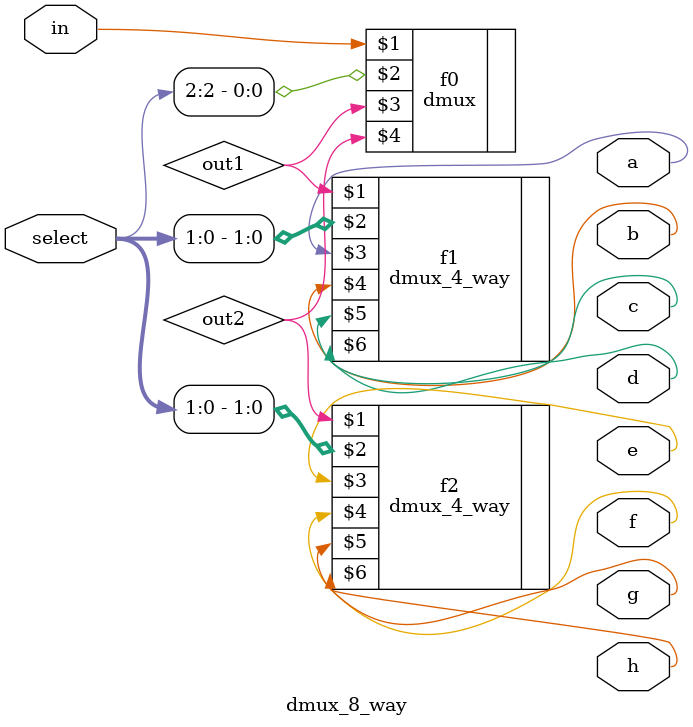
<source format=sv>
`ifndef dmux_4_way
  `include "dmux_4_way.sv"
`endif
`define dmux_8_way 1

module dmux_8_way(
    input       in,
    input [2:0] select,
    output      a,
    output      b,
    output      c,
    output      d,
    output      e,
    output      f,
    output      g,
    output      h
);
  wire out1, out2;
  dmux f0 (in, select[2], out1, out2);
  dmux_4_way f1 (out1, select[1:0], a, b, c, d);
  dmux_4_way f2 (out2, select[1:0], e, f, g, h);
endmodule

</source>
